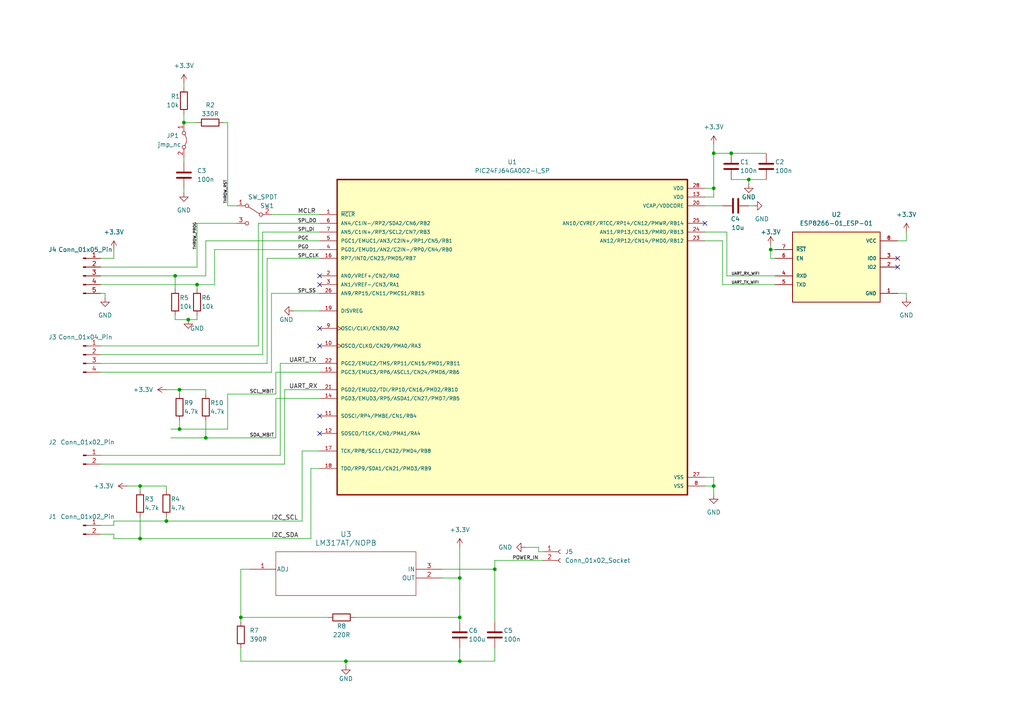
<source format=kicad_sch>
(kicad_sch (version 20230121) (generator eeschema)
  (paper "A4")
  (lib_symbols
    (symbol "Connector:Conn_01x02_Pin" (pin_names (offset 1.016) hide)
      (property "Reference" "J" (at 0 2.54 0))
      (property "Value" "Conn_01x02_Pin" (at 0 -5.08 0))
      (symbol "Conn_01x02_Pin_1_1"
        (polyline (pts (xy 1.27 -2.54) (xy 0.8636 -2.54)) (stroke (width 0.1524)))
        (polyline (pts (xy 1.27 0) (xy 0.8636 0)) (stroke (width 0.1524)))
        (rectangle (start 0.8636 -2.413) (end 0 -2.667) (stroke (width 0.1524)) (fill (type outline)))
        (rectangle (start 0.8636 0.127) (end 0 -0.127) (stroke (width 0.1524)) (fill (type outline)))
        (pin passive line (at 5.08 0 180) (length 3.81) (name "Pin_1") (number "1"))
        (pin passive line (at 5.08 -2.54 180) (length 3.81) (name "Pin_2") (number "2"))
      )
    )
    (symbol "Connector:Conn_01x02_Socket" (pin_names (offset 1.016) hide)
      (property "Reference" "J" (at 0 2.54 0))
      (property "Value" "Conn_01x02_Socket" (at 0 -5.08 0))
      (symbol "Conn_01x02_Socket_1_1"
        (arc (start 0 -2.032) (mid -0.5058 -2.54) (end 0 -3.048) (stroke (width 0.1524)))
        (polyline (pts (xy -1.27 -2.54) (xy -0.508 -2.54)) (stroke (width 0.1524)))
        (polyline (pts (xy -1.27 0) (xy -0.508 0)) (stroke (width 0.1524)))
        (arc (start 0 0.508) (mid -0.5058 0) (end 0 -0.508) (stroke (width 0.1524)))
        (pin passive line (at -5.08 0 0) (length 3.81) (name "Pin_1") (number "1"))
        (pin passive line (at -5.08 -2.54 0) (length 3.81) (name "Pin_2") (number "2"))
      )
    )
    (symbol "Connector:Conn_01x04_Pin" (pin_names (offset 1.016) hide)
      (property "Reference" "J" (at 0 5.08 0))
      (property "Value" "Conn_01x04_Pin" (at 0 -7.62 0))
      (symbol "Conn_01x04_Pin_1_1"
        (polyline (pts (xy 1.27 -5.08) (xy 0.8636 -5.08)) (stroke (width 0.1524)))
        (polyline (pts (xy 1.27 -2.54) (xy 0.8636 -2.54)) (stroke (width 0.1524)))
        (polyline (pts (xy 1.27 0) (xy 0.8636 0)) (stroke (width 0.1524)))
        (polyline (pts (xy 1.27 2.54) (xy 0.8636 2.54)) (stroke (width 0.1524)))
        (rectangle (start 0.8636 -4.953) (end 0 -5.207) (stroke (width 0.1524)) (fill (type outline)))
        (rectangle (start 0.8636 -2.413) (end 0 -2.667) (stroke (width 0.1524)) (fill (type outline)))
        (rectangle (start 0.8636 0.127) (end 0 -0.127) (stroke (width 0.1524)) (fill (type outline)))
        (rectangle (start 0.8636 2.667) (end 0 2.413) (stroke (width 0.1524)) (fill (type outline)))
        (pin passive line (at 5.08 2.54 180) (length 3.81) (name "Pin_1") (number "1"))
        (pin passive line (at 5.08 0 180) (length 3.81) (name "Pin_2") (number "2"))
        (pin passive line (at 5.08 -2.54 180) (length 3.81) (name "Pin_3") (number "3"))
        (pin passive line (at 5.08 -5.08 180) (length 3.81) (name "Pin_4") (number "4"))
      )
    )
    (symbol "Connector:Conn_01x05_Pin" (pin_names (offset 1.016) hide)
      (property "Reference" "J" (at 0 7.62 0))
      (property "Value" "Conn_01x05_Pin" (at 0 -7.62 0))
      (symbol "Conn_01x05_Pin_1_1"
        (polyline (pts (xy 1.27 -5.08) (xy 0.8636 -5.08)) (stroke (width 0.1524)))
        (polyline (pts (xy 1.27 -2.54) (xy 0.8636 -2.54)) (stroke (width 0.1524)))
        (polyline (pts (xy 1.27 0) (xy 0.8636 0)) (stroke (width 0.1524)))
        (polyline (pts (xy 1.27 2.54) (xy 0.8636 2.54)) (stroke (width 0.1524)))
        (polyline (pts (xy 1.27 5.08) (xy 0.8636 5.08)) (stroke (width 0.1524)))
        (rectangle (start 0.8636 -4.953) (end 0 -5.207) (stroke (width 0.1524)) (fill (type outline)))
        (rectangle (start 0.8636 -2.413) (end 0 -2.667) (stroke (width 0.1524)) (fill (type outline)))
        (rectangle (start 0.8636 0.127) (end 0 -0.127) (stroke (width 0.1524)) (fill (type outline)))
        (rectangle (start 0.8636 2.667) (end 0 2.413) (stroke (width 0.1524)) (fill (type outline)))
        (rectangle (start 0.8636 5.207) (end 0 4.953) (stroke (width 0.1524)) (fill (type outline)))
        (pin passive line (at 5.08 5.08 180) (length 3.81) (name "Pin_1") (number "1"))
        (pin passive line (at 5.08 2.54 180) (length 3.81) (name "Pin_2") (number "2"))
        (pin passive line (at 5.08 0 180) (length 3.81) (name "Pin_3") (number "3"))
        (pin passive line (at 5.08 -2.54 180) (length 3.81) (name "Pin_4") (number "4"))
        (pin passive line (at 5.08 -5.08 180) (length 3.81) (name "Pin_5") (number "5"))
      )
    )
    (symbol "Device:C" (pin_numbers hide) (pin_names (offset 0.254))
      (property "Reference" "C" (at 0.635 2.54 0))
      (property "Value" "C" (at 0.635 -2.54 0))
      (symbol "C_0_1"
        (polyline (pts (xy -2.032 -0.762) (xy 2.032 -0.762)) (stroke (width 0.508)))
        (polyline (pts (xy -2.032 0.762) (xy 2.032 0.762)) (stroke (width 0.508)))
      )
      (symbol "C_1_1"
        (pin passive line (at 0 3.81 270) (length 2.794) (name "~") (number "1"))
        (pin passive line (at 0 -3.81 90) (length 2.794) (name "~") (number "2"))
      )
    )
    (symbol "Device:R" (pin_numbers hide) (pin_names (offset 0))
      (property "Reference" "R" (at 2.032 0 90))
      (property "Value" "R" (at 0 0 90))
      (symbol "R_0_1"
        (rectangle (start -1.016 -2.54) (end 1.016 2.54) (stroke (width 0.254)))
      )
      (symbol "R_1_1"
        (pin passive line (at 0 3.81 270) (length 1.27) (name "~") (number "1"))
        (pin passive line (at 0 -3.81 90) (length 1.27) (name "~") (number "2"))
      )
    )
    (symbol "ESP8266-01_ESP-01:ESP8266-01_ESP-01" (pin_names (offset 1.016))
      (property "Reference" "U" (at -12.7094 10.6778 0))
      (property "Value" "ESP8266-01_ESP-01" (at -12.7131 -12.7131 0))
      (symbol "ESP8266-01_ESP-01_0_0"
        (rectangle (start -12.7 -10.16) (end 12.7 10.16) (stroke (width 0.254)) (fill (type background)))
        (pin power_in line (at 17.78 -7.62 180) (length 5.08) (name "GND") (number "1"))
        (pin bidirectional line (at 17.78 0 180) (length 5.08) (name "IO2") (number "2"))
        (pin bidirectional line (at 17.78 2.54 180) (length 5.08) (name "IO0") (number "3"))
        (pin input line (at -17.78 -2.54 0) (length 5.08) (name "RXD") (number "4"))
        (pin output line (at -17.78 -5.08 0) (length 5.08) (name "TXD") (number "5"))
        (pin input line (at -17.78 2.54 0) (length 5.08) (name "EN") (number "6"))
        (pin input line (at -17.78 5.08 0) (length 5.08) (name "~{RST}") (number "7"))
        (pin power_in line (at 17.78 7.62 180) (length 5.08) (name "VCC") (number "8"))
      )
    )
    (symbol "Jumper:Jumper_2_Bridged" (pin_names (offset 0) hide)
      (property "Reference" "JP" (at 0 1.905 0))
      (property "Value" "Jumper_2_Bridged" (at 0 -2.54 0))
      (symbol "Jumper_2_Bridged_0_0"
        (circle (center -2.032 0) (radius 0.508))
        (circle (center 2.032 0) (radius 0.508))
      )
      (symbol "Jumper_2_Bridged_0_1"
        (arc (start 1.524 0.254) (mid 0 0.762) (end -1.524 0.254))
      )
      (symbol "Jumper_2_Bridged_1_1"
        (pin passive line (at -5.08 0 0) (length 2.54) (name "A") (number "1"))
        (pin passive line (at 5.08 0 180) (length 2.54) (name "B") (number "2"))
      )
    )
    (symbol "LM317AT:LM317AT_NOPB" (pin_names (offset 0.254))
      (property "Reference" "U" (at 27.94 10.16 0))
      (property "Value" "LM317AT/NOPB" (at 27.94 7.62 0))
      (symbol "LM317AT_NOPB_0_1"
        (polyline (pts (xy 7.62 -7.62) (xy 48.26 -7.62)) (stroke (width 0.127)))
        (polyline (pts (xy 7.62 5.08) (xy 7.62 -7.62)) (stroke (width 0.127)))
        (polyline (pts (xy 48.26 -7.62) (xy 48.26 5.08)) (stroke (width 0.127)))
        (polyline (pts (xy 48.26 5.08) (xy 7.62 5.08)) (stroke (width 0.127)))
        (pin input line (at 0 0 0) (length 7.62) (name "ADJ") (number "1"))
        (pin power_in line (at 55.88 -2.54 180) (length 7.62) (name "OUT") (number "2"))
        (pin power_in line (at 55.88 0 180) (length 7.62) (name "IN") (number "3"))
      )
    )
    (symbol "PIC24FJ64GA002-I_SP:PIC24FJ64GA002-I_SP" (pin_names (offset 1.016))
      (property "Reference" "U" (at -50.8 46.72 0))
      (property "Value" "PIC24FJ64GA002-I_SP" (at -50.8 -49.72 0))
      (symbol "PIC24FJ64GA002-I_SP_0_0"
        (rectangle (start -50.8 -45.72) (end 50.8 45.72) (stroke (width 0.41)) (fill (type background)))
        (pin input line (at -55.88 35.56 0) (length 5.08) (name "~{MCLR}") (number "1"))
        (pin bidirectional clock (at -55.88 -2.54 0) (length 5.08) (name "OSCO/CLKO/CN29/PMA0/RA3") (number "10"))
        (pin bidirectional line (at -55.88 -22.86 0) (length 5.08) (name "SOSCI/RP4/PMBE/CN1/RB4") (number "11"))
        (pin bidirectional line (at -55.88 -27.94 0) (length 5.08) (name "SOSCO/T1CK/CN0/PMA1/RA4") (number "12"))
        (pin power_in line (at 55.88 40.64 180) (length 5.08) (name "VDD") (number "13"))
        (pin bidirectional line (at -55.88 -17.78 0) (length 5.08) (name "PGD3/EMUD3/RP5/ASDA1/CN27/PMD7/RB5") (number "14"))
        (pin bidirectional line (at -55.88 -10.16 0) (length 5.08) (name "PGC3/EMUC3/RP6/ASCL1/CN24/PMD6/RB6") (number "15"))
        (pin input line (at -55.88 22.86 0) (length 5.08) (name "RP7/INT0/CN23/PMD5/RB7") (number "16"))
        (pin bidirectional line (at -55.88 -33.02 0) (length 5.08) (name "TCK/RP8/SCL1/CN22/PMD4/RB8") (number "17"))
        (pin bidirectional line (at -55.88 -38.1 0) (length 5.08) (name "TDO/RP9/SDA1/CN21/PMD3/RB9") (number "18"))
        (pin bidirectional line (at -55.88 7.62 0) (length 5.08) (name "DISVREG") (number "19"))
        (pin bidirectional line (at -55.88 17.78 0) (length 5.08) (name "AN0/VREF+/CN2/RA0") (number "2"))
        (pin power_in line (at 55.88 38.1 180) (length 5.08) (name "VCAP/VDDCORE") (number "20"))
        (pin bidirectional line (at -55.88 -15.24 0) (length 5.08) (name "PGD2/EMUD2/TDI/RP10/CN16/PMD2/RB10") (number "21"))
        (pin bidirectional line (at -55.88 -7.62 0) (length 5.08) (name "PGC2/EMUC2/TMS/RP11/CN15/PMD1/RB11") (number "22"))
        (pin bidirectional line (at 55.88 27.94 180) (length 5.08) (name "AN12/RP12/CN14/PMD0/RB12") (number "23"))
        (pin bidirectional line (at 55.88 30.48 180) (length 5.08) (name "AN11/RP13/CN13/PMRD/RB13") (number "24"))
        (pin bidirectional line (at 55.88 33.02 180) (length 5.08) (name "AN10/CVREF/RTCC/RP14/CN12/PMWR/RB14") (number "25"))
        (pin bidirectional line (at -55.88 12.7 0) (length 5.08) (name "AN9/RP15/CN11/PMCS1/RB15") (number "26"))
        (pin power_in line (at 55.88 -40.64 180) (length 5.08) (name "VSS") (number "27"))
        (pin power_in line (at 55.88 43.18 180) (length 5.08) (name "VDD") (number "28"))
        (pin bidirectional line (at -55.88 15.24 0) (length 5.08) (name "AN1/VREF-/CN3/RA1") (number "3"))
        (pin input line (at -55.88 25.4 0) (length 5.08) (name "PGD1/EMUD1/AN2/C2IN-/RP0/CN4/RB0") (number "4"))
        (pin input line (at -55.88 27.94 0) (length 5.08) (name "PGC1/EMUC1/AN3/C2IN+/RP1/CN5/RB1") (number "5"))
        (pin input line (at -55.88 33.02 0) (length 5.08) (name "AN4/C1IN-/RP2/SDA2/CN6/RB2") (number "6"))
        (pin input line (at -55.88 30.48 0) (length 5.08) (name "AN5/C1IN+/RP3/SCL2/CN7/RB3") (number "7"))
        (pin power_in line (at 55.88 -43.18 180) (length 5.08) (name "VSS") (number "8"))
        (pin bidirectional clock (at -55.88 2.54 0) (length 5.08) (name "OSCI/CLKI/CN30/RA2") (number "9"))
      )
    )
    (symbol "Switch:SW_SPDT" (pin_names (offset 0) hide)
      (property "Reference" "SW" (at 0 4.318 0))
      (property "Value" "SW_SPDT" (at 0 -5.08 0))
      (symbol "SW_SPDT_0_0"
        (circle (center -2.032 0) (radius 0.508))
        (circle (center 2.032 -2.54) (radius 0.508))
      )
      (symbol "SW_SPDT_0_1"
        (polyline (pts (xy -1.524 0.254) (xy 1.651 2.286)))
        (circle (center 2.032 2.54) (radius 0.508))
      )
      (symbol "SW_SPDT_1_1"
        (pin passive line (at 5.08 2.54 180) (length 2.54) (name "A") (number "1"))
        (pin passive line (at -5.08 0 0) (length 2.54) (name "B") (number "2"))
        (pin passive line (at 5.08 -2.54 180) (length 2.54) (name "C") (number "3"))
      )
    )
    (symbol "power:+3.3V" (power) (pin_names (offset 0))
      (property "Value" "+3.3V" (at 0 3.556 0))
      (symbol "+3.3V_0_1"
        (polyline (pts (xy -0.762 1.27) (xy 0 2.54)))
        (polyline (pts (xy 0 0) (xy 0 2.54)))
        (polyline (pts (xy 0 2.54) (xy 0.762 1.27)))
      )
      (symbol "+3.3V_1_1"
        (pin power_in line (at 0 0 90) (length 0) hide (name "+3.3V") (number "1"))
      )
    )
    (symbol "power:GND" (power) (pin_names (offset 0))
      (property "Value" "GND" (at 0 -3.81 0))
      (symbol "GND_0_1"
        (polyline (pts (xy 0 0) (xy 0 -1.27) (xy 1.27 -1.27) (xy 0 -2.54) (xy -1.27 -1.27) (xy 0 -1.27)))
      )
      (symbol "GND_1_1"
        (pin power_in line (at 0 0 270) (length 0) hide (name "GND") (number "1"))
      )
    )
  )
  (junction (at 48.26 151.13))
  (junction (at 100.33 191.77))
  (junction (at 40.64 140.97))
  (junction (at 50.8 80.01))
  (junction (at 217.17 52.07))
  (junction (at 212.09 44.45))
  (junction (at 69.85 179.07))
  (junction (at 133.35 167.64))
  (junction (at 133.35 179.07))
  (junction (at 207.01 54.61))
  (junction (at 133.35 191.77))
  (junction (at 54.61 92.71))
  (junction (at 223.52 72.39))
  (junction (at 52.07 113.03))
  (junction (at 40.64 156.21))
  (junction (at 59.69 127))
  (junction (at 57.15 82.55))
  (junction (at 207.01 140.97))
  (junction (at 52.07 124.46))
  (junction (at 143.51 165.1))
  (junction (at 53.34 35.56))
  (junction (at 207.01 44.45))
  (no_connect (at 92.71 80.01))
  (no_connect (at 204.47 64.77))
  (no_connect (at 92.71 125.73))
  (no_connect (at 92.71 95.25))
  (no_connect (at 92.71 100.33))
  (no_connect (at 92.71 82.55))
  (no_connect (at 92.71 120.65))
  (no_connect (at 260.35 77.47))
  (no_connect (at 260.35 74.93))
  (wire (pts (xy 52.07 113.03) (xy 52.07 114.3)))
  (wire (pts (xy 69.85 179.07) (xy 95.25 179.07)))
  (wire (pts (xy 52.07 121.92) (xy 52.07 124.46)))
  (wire (pts (xy 207.01 44.45) (xy 212.09 44.45)))
  (wire (pts (xy 50.8 80.01) (xy 50.8 83.82)))
  (wire (pts (xy 217.17 52.07) (xy 217.17 53.34)))
  (wire (pts (xy 59.69 121.92) (xy 59.69 127)))
  (wire (pts (xy 77.47 105.41) (xy 77.47 74.93)))
  (wire (pts (xy 204.47 69.85) (xy 209.55 69.85)))
  (wire (pts (xy 66.04 124.46) (xy 52.07 124.46)))
  (wire (pts (xy 48.26 151.13) (xy 87.63 151.13)))
  (wire (pts (xy 33.02 156.21) (xy 40.64 156.21)))
  (wire (pts (xy 49.53 127) (xy 59.69 127)))
  (wire (pts (xy 57.15 77.47) (xy 57.15 64.77)))
  (wire (pts (xy 133.35 191.77) (xy 100.33 191.77)))
  (wire (pts (xy 260.35 85.09) (xy 262.89 85.09)))
  (wire (pts (xy 260.35 69.85) (xy 262.89 69.85)))
  (wire (pts (xy 133.35 179.07) (xy 133.35 180.34)))
  (wire (pts (xy 29.21 85.09) (xy 30.48 85.09)))
  (wire (pts (xy 78.74 62.23) (xy 92.71 62.23)))
  (wire (pts (xy 92.71 107.95) (xy 80.01 107.95)))
  (wire (pts (xy 76.2 67.31) (xy 92.71 67.31)))
  (wire (pts (xy 262.89 69.85) (xy 262.89 67.31)))
  (wire (pts (xy 82.55 113.03) (xy 82.55 134.62)))
  (wire (pts (xy 57.15 92.71) (xy 54.61 92.71)))
  (wire (pts (xy 87.63 130.81) (xy 92.71 130.81)))
  (wire (pts (xy 40.64 140.97) (xy 48.26 140.97)))
  (wire (pts (xy 77.47 74.93) (xy 92.71 74.93)))
  (wire (pts (xy 223.52 72.39) (xy 224.79 72.39)))
  (wire (pts (xy 133.35 167.64) (xy 133.35 179.07)))
  (wire (pts (xy 210.82 80.01) (xy 224.79 80.01)))
  (wire (pts (xy 212.09 52.07) (xy 217.17 52.07)))
  (wire (pts (xy 209.55 69.85) (xy 209.55 82.55)))
  (wire (pts (xy 76.2 102.87) (xy 76.2 67.31)))
  (wire (pts (xy 92.71 105.41) (xy 81.28 105.41)))
  (wire (pts (xy 204.47 140.97) (xy 207.01 140.97)))
  (wire (pts (xy 223.52 74.93) (xy 224.79 74.93)))
  (wire (pts (xy 52.07 113.03) (xy 59.69 113.03)))
  (wire (pts (xy 66.04 114.3) (xy 66.04 124.46)))
  (wire (pts (xy 29.21 102.87) (xy 76.2 102.87)))
  (wire (pts (xy 57.15 82.55) (xy 57.15 83.82)))
  (wire (pts (xy 81.28 105.41) (xy 81.28 132.08)))
  (wire (pts (xy 29.21 154.94) (xy 33.02 154.94)))
  (wire (pts (xy 217.17 59.69) (xy 218.44 59.69)))
  (wire (pts (xy 143.51 162.56) (xy 143.51 165.1)))
  (wire (pts (xy 156.21 158.75) (xy 156.21 160.02)))
  (wire (pts (xy 53.34 45.72) (xy 53.34 46.99)))
  (wire (pts (xy 29.21 77.47) (xy 57.15 77.47)))
  (wire (pts (xy 207.01 44.45) (xy 207.01 54.61)))
  (wire (pts (xy 29.21 107.95) (xy 78.74 107.95)))
  (wire (pts (xy 57.15 91.44) (xy 57.15 92.71)))
  (wire (pts (xy 66.04 35.56) (xy 66.04 59.69)))
  (wire (pts (xy 59.69 127) (xy 80.01 127)))
  (wire (pts (xy 48.26 140.97) (xy 48.26 142.24)))
  (wire (pts (xy 50.8 80.01) (xy 59.69 80.01)))
  (wire (pts (xy 52.07 124.46) (xy 49.53 124.46)))
  (wire (pts (xy 223.52 71.12) (xy 223.52 72.39)))
  (wire (pts (xy 69.85 180.34) (xy 69.85 179.07)))
  (wire (pts (xy 80.01 127) (xy 80.01 115.57)))
  (wire (pts (xy 204.47 59.69) (xy 209.55 59.69)))
  (wire (pts (xy 133.35 158.75) (xy 133.35 167.64)))
  (wire (pts (xy 66.04 35.56) (xy 64.77 35.56)))
  (wire (pts (xy 50.8 92.71) (xy 54.61 92.71)))
  (wire (pts (xy 157.48 162.56) (xy 143.51 162.56)))
  (wire (pts (xy 80.01 107.95) (xy 80.01 114.3)))
  (wire (pts (xy 57.15 82.55) (xy 62.23 82.55)))
  (wire (pts (xy 33.02 154.94) (xy 33.02 156.21)))
  (wire (pts (xy 29.21 134.62) (xy 82.55 134.62)))
  (wire (pts (xy 217.17 52.07) (xy 222.25 52.07)))
  (wire (pts (xy 262.89 85.09) (xy 262.89 86.36)))
  (wire (pts (xy 156.21 160.02) (xy 157.48 160.02)))
  (wire (pts (xy 48.26 113.03) (xy 52.07 113.03)))
  (wire (pts (xy 207.01 138.43) (xy 207.01 140.97)))
  (wire (pts (xy 50.8 91.44) (xy 50.8 92.71)))
  (wire (pts (xy 59.69 113.03) (xy 59.69 114.3)))
  (wire (pts (xy 33.02 152.4) (xy 33.02 151.13)))
  (wire (pts (xy 143.51 191.77) (xy 133.35 191.77)))
  (wire (pts (xy 85.09 90.17) (xy 92.71 90.17)))
  (wire (pts (xy 29.21 105.41) (xy 77.47 105.41)))
  (wire (pts (xy 69.85 165.1) (xy 72.39 165.1)))
  (wire (pts (xy 69.85 191.77) (xy 100.33 191.77)))
  (wire (pts (xy 143.51 187.96) (xy 143.51 191.77)))
  (wire (pts (xy 87.63 151.13) (xy 87.63 130.81)))
  (wire (pts (xy 78.74 85.09) (xy 92.71 85.09)))
  (wire (pts (xy 90.17 156.21) (xy 90.17 135.89)))
  (wire (pts (xy 204.47 54.61) (xy 207.01 54.61)))
  (wire (pts (xy 57.15 35.56) (xy 53.34 35.56)))
  (wire (pts (xy 29.21 74.93) (xy 33.02 74.93)))
  (wire (pts (xy 59.69 80.01) (xy 59.69 69.85)))
  (wire (pts (xy 40.64 156.21) (xy 90.17 156.21)))
  (wire (pts (xy 78.74 107.95) (xy 78.74 85.09)))
  (wire (pts (xy 53.34 24.13) (xy 53.34 25.4)))
  (wire (pts (xy 80.01 114.3) (xy 66.04 114.3)))
  (wire (pts (xy 30.48 85.09) (xy 30.48 86.36)))
  (wire (pts (xy 62.23 72.39) (xy 92.71 72.39)))
  (wire (pts (xy 29.21 152.4) (xy 33.02 152.4)))
  (wire (pts (xy 212.09 44.45) (xy 222.25 44.45)))
  (wire (pts (xy 133.35 187.96) (xy 133.35 191.77)))
  (wire (pts (xy 33.02 74.93) (xy 33.02 72.39)))
  (wire (pts (xy 204.47 67.31) (xy 210.82 67.31)))
  (wire (pts (xy 209.55 82.55) (xy 224.79 82.55)))
  (wire (pts (xy 207.01 140.97) (xy 207.01 143.51)))
  (wire (pts (xy 69.85 187.96) (xy 69.85 191.77)))
  (wire (pts (xy 207.01 41.91) (xy 207.01 44.45)))
  (wire (pts (xy 59.69 69.85) (xy 92.71 69.85)))
  (wire (pts (xy 100.33 193.04) (xy 100.33 191.77)))
  (wire (pts (xy 29.21 100.33) (xy 74.93 100.33)))
  (wire (pts (xy 33.02 151.13) (xy 48.26 151.13)))
  (wire (pts (xy 62.23 82.55) (xy 62.23 72.39)))
  (wire (pts (xy 53.34 35.56) (xy 53.34 33.02)))
  (wire (pts (xy 57.15 64.77) (xy 68.58 64.77)))
  (wire (pts (xy 204.47 138.43) (xy 207.01 138.43)))
  (wire (pts (xy 128.27 167.64) (xy 133.35 167.64)))
  (wire (pts (xy 204.47 57.15) (xy 207.01 57.15)))
  (wire (pts (xy 36.83 140.97) (xy 40.64 140.97)))
  (wire (pts (xy 128.27 165.1) (xy 143.51 165.1)))
  (wire (pts (xy 74.93 64.77) (xy 92.71 64.77)))
  (wire (pts (xy 69.85 179.07) (xy 69.85 165.1)))
  (wire (pts (xy 29.21 82.55) (xy 57.15 82.55)))
  (wire (pts (xy 80.01 115.57) (xy 92.71 115.57)))
  (wire (pts (xy 152.4 158.75) (xy 156.21 158.75)))
  (wire (pts (xy 40.64 140.97) (xy 40.64 142.24)))
  (wire (pts (xy 74.93 100.33) (xy 74.93 64.77)))
  (wire (pts (xy 210.82 67.31) (xy 210.82 80.01)))
  (wire (pts (xy 90.17 135.89) (xy 92.71 135.89)))
  (wire (pts (xy 53.34 54.61) (xy 53.34 55.88)))
  (wire (pts (xy 66.04 59.69) (xy 68.58 59.69)))
  (wire (pts (xy 207.01 57.15) (xy 207.01 54.61)))
  (wire (pts (xy 48.26 149.86) (xy 48.26 151.13)))
  (wire (pts (xy 40.64 149.86) (xy 40.64 156.21)))
  (wire (pts (xy 223.52 72.39) (xy 223.52 74.93)))
  (wire (pts (xy 29.21 80.01) (xy 50.8 80.01)))
  (wire (pts (xy 143.51 165.1) (xy 143.51 180.34)))
  (wire (pts (xy 82.55 113.03) (xy 92.71 113.03)))
  (wire (pts (xy 102.87 179.07) (xy 133.35 179.07)))
  (wire (pts (xy 29.21 132.08) (xy 81.28 132.08)))
  (label "SPI_CLK" (at 86.36 74.93 0) (effects (font (size 1 1))))
  (label "MCLR" (at 86.36 62.23 0))
  (label "UART_TX_WIFI" (at 212.09 82.55 0) (effects (font (size 0.8 0.8))))
  (label "UART_RX_WIFI" (at 212.09 80.01 0) (effects (font (size 0.8 0.8))))
  (label "I2C_SDA" (at 78.74 156.21 0))
  (label "SPI_DI" (at 86.36 67.31 0) (effects (font (size 1 1))))
  (label "PGC" (at 86.36 69.85 0) (effects (font (size 1 1))))
  (label "SCL_MBIT" (at 72.39 114.3 0) (effects (font (size 1 1))))
  (label "I2C_SCL" (at 78.74 151.13 0))
  (label "UART_TX" (at 83.82 105.41 0))
  (label "SPI_DO" (at 86.36 64.77 0) (effects (font (size 1 1))))
  (label "THROW_PROG" (at 57.15 72.39 90) (effects (font (size 0.8 0.8))))
  (label "THROW_RST" (at 66.04 52.07 270) (effects (font (size 0.8 0.8))))
  (label "POWER_IN" (at 148.59 162.56 0) (effects (font (size 1 1))))
  (label "PGD" (at 86.36 72.39 0) (effects (font (size 1 1))))
  (label "SPI_SS" (at 86.36 85.09 0) (effects (font (size 1 1))))
  (label "SDA_MBIT" (at 72.39 127 0) (effects (font (size 1 1))))
  (label "UART_RX" (at 83.82 113.03 0))
  (symbol (lib_id "Device:R") (at 69.85 184.15 0) (unit 1)
    (property "Reference" "R7" (at 72.39 182.88 0) (effects (justify left)))
    (property "Value" "390R" (at 72.39 185.42 0) (effects (justify left)))
  )
  (symbol (lib_id "Device:C") (at 143.51 184.15 0) (unit 1)
    (property "Reference" "C5" (at 146.05 182.88 0) (effects (justify left)))
    (property "Value" "100n" (at 146.05 185.42 0) (effects (justify left)))
  )
  (symbol (lib_id "Device:R") (at 99.06 179.07 90) (unit 1)
    (property "Reference" "R8" (at 99.06 181.61 90))
    (property "Value" "220R" (at 99.06 184.15 90))
  )
  (symbol (lib_id "Device:C") (at 53.34 50.8 0) (unit 1)
    (property "Reference" "C3" (at 57.15 49.53 0) (effects (justify left)))
    (property "Value" "100n" (at 57.15 52.07 0) (effects (justify left)))
  )
  (symbol (lib_id "power:+3.3V") (at 223.52 71.12 0) (unit 1)
    (property "Reference" "#PWR08" (effects hide))
    (property "Value" "+3.3V" (at 223.52 67.31 0))
  )
  (symbol (lib_id "power:GND") (at 100.33 193.04 0) (unit 1)
    (property "Reference" "#PWR015" (effects hide))
    (property "Value" "GND" (at 100.33 196.85 0))
  )
  (symbol (lib_id "Device:C") (at 213.36 59.69 90) (unit 1)
    (property "Reference" "C4" (at 214.63 63.5 90) (effects (justify left)))
    (property "Value" "10u" (at 215.9 66.04 90) (effects (justify left)))
  )
  (symbol (lib_id "power:+3.3V") (at 53.34 24.13 0) (unit 1)
    (property "Reference" "#PWR05" (effects hide))
    (property "Value" "+3.3V" (at 53.34 19.05 0))
  )
  (symbol (lib_id "Connector:Conn_01x02_Pin") (at 24.13 132.08 0) (unit 1)
    (property "Reference" "J2" (at 15.24 128.27 0))
    (property "Value" "Conn_01x02_Pin" (at 25.4 128.27 0))
  )
  (symbol (lib_id "Jumper:Jumper_2_Bridged") (at 53.34 40.64 270) (unit 1)
    (property "Reference" "JP1" (at 48.26 39.37 90) (effects (justify left)))
    (property "Value" "jmp_nc" (at 45.72 41.91 90) (effects (justify left)))
  )
  (symbol (lib_id "power:+3.3V") (at 133.35 158.75 0) (unit 1)
    (property "Reference" "#PWR017" (effects hide))
    (property "Value" "+3.3V" (at 133.35 153.67 0))
  )
  (symbol (lib_id "power:GND") (at 152.4 158.75 270) (unit 1)
    (property "Reference" "#PWR016" (effects hide))
    (property "Value" "GND" (at 148.59 158.75 90) (effects (justify right)))
  )
  (symbol (lib_id "Device:R") (at 53.34 29.21 0) (unit 1)
    (property "Reference" "R1" (at 49.53 27.94 0) (effects (justify left)))
    (property "Value" "10k" (at 48.26 30.48 0) (effects (justify left)))
  )
  (symbol (lib_id "Device:C") (at 212.09 48.26 0) (unit 1)
    (property "Reference" "C1" (at 214.63 46.99 0) (effects (justify left)))
    (property "Value" "100n" (at 214.63 49.53 0) (effects (justify left)))
  )
  (symbol (lib_id "Device:C") (at 133.35 184.15 180) (unit 1)
    (property "Reference" "C6" (at 135.89 182.88 0) (effects (justify right)))
    (property "Value" "100u" (at 135.89 185.42 0) (effects (justify right)))
  )
  (symbol (lib_id "Device:R") (at 48.26 146.05 0) (unit 1)
    (property "Reference" "R4" (at 49.53 144.78 0) (effects (justify left)))
    (property "Value" "4.7k" (at 49.53 147.32 0) (effects (justify left)))
  )
  (symbol (lib_id "power:GND") (at 207.01 143.51 0) (unit 1)
    (property "Reference" "#PWR01" (effects hide))
    (property "Value" "GND" (at 207.01 148.59 0))
  )
  (symbol (lib_id "Device:R") (at 52.07 118.11 0) (unit 1)
    (property "Reference" "R9" (at 53.34 116.84 0) (effects (justify left)))
    (property "Value" "4.7k" (at 53.34 119.38 0) (effects (justify left)))
  )
  (symbol (lib_id "Device:R") (at 57.15 87.63 0) (unit 1)
    (property "Reference" "R6" (at 58.42 86.36 0) (effects (justify left)))
    (property "Value" "10k" (at 58.42 88.9 0) (effects (justify left)))
  )
  (symbol (lib_id "power:GND") (at 217.17 53.34 0) (unit 1)
    (property "Reference" "#PWR03" (effects hide))
    (property "Value" "GND" (at 217.17 57.15 0))
  )
  (symbol (lib_id "power:GND") (at 218.44 59.69 90) (unit 1)
    (property "Reference" "#PWR07" (effects hide))
    (property "Value" "GND" (at 220.98 63.5 90))
  )
  (symbol (lib_id "Switch:SW_SPDT") (at 73.66 62.23 0) (mirror y) (unit 1)
    (property "Reference" "SW1" (at 77.47 59.69 0))
    (property "Value" "SW_SPDT" (at 76.2 57.15 0))
  )
  (symbol (lib_id "PIC24FJ64GA002-I_SP:PIC24FJ64GA002-I_SP") (at 148.59 97.79 0) (unit 1)
    (property "Reference" "U1" (at 148.59 46.99 0))
    (property "Value" "PIC24FJ64GA002-I_SP" (at 148.59 49.53 0))
    (property "Footprint" "MCU:DIP787W46P254L3467H508Q28" (effects hide))
    (property "MF" "Microchip" (effects hide))
    (property "Description" "\nMCU, 16-Bit, 28-Pin, 64KB Flash, 8KB RAM, 21 I/O, nanoWatt | Microchip Technology Inc. PIC24FJ64GA002-I/SP\n" (effects hide))
    (property "Package" "SPDIP-28 Microchip" (effects hide))
    (property "SnapEDA_Link" "https://www.snapeda.com/parts/PIC24FJ64GA002-I/SP/Microchip/view-part/?ref=snap" (effects hide))
    (property "MP" "PIC24FJ64GA002-I/SP" (effects hide))
    (property "Purchase-URL" "https://www.snapeda.com/api/url_track_click_mouser/?unipart_id=262458&manufacturer=Microchip&part_name=PIC24FJ64GA002-I/SP&search_term=pic24fj64ga002-i/sp" (effects hide))
    (property "RS_Components_8767023_Purchase_URL" "https://www.snapeda.com/api/url_track_click/https%253A//uk.rs-online.com/web/p/microcontrollers/8767023//%253Futm_campaign%253Dbuynow%2526utm_medium%253Daggregator%2526utm_source%253Dsnapeda%2526cm_mmc%253Daff-_-uk-_-snapeda-_-8767023/?unipart_id=262458&manufacturer=Microchip&part_name=PIC24FJ64GA002-I/SP&search_term=pic24fj64ga002-i/sp" (effects hide))
    (property "RS_Components_400734_Purchase_URL" "https://www.snapeda.com/api/url_track_click/https%253A//uk.rs-online.com/web/p/microcontrollers/0400734//%253Futm_campaign%253Dbuynow%2526utm_medium%253Daggregator%2526utm_source%253Dsnapeda%2526cm_mmc%253Daff-_-uk-_-snapeda-_-400734/?unipart_id=262458&manufacturer=Microchip&part_name=PIC24FJ64GA002-I/SP&search_term=pic24fj64ga002-i/sp" (effects hide))
    (property "Check_prices" "https://www.snapeda.com/parts/PIC24FJ64GA002-I/SP/Microchip/view-part/?ref=eda" (effects hide))
  )
  (symbol (lib_id "Device:R") (at 59.69 118.11 0) (unit 1)
    (property "Reference" "R10" (at 60.96 116.84 0) (effects (justify left)))
    (property "Value" "4.7k" (at 60.96 119.38 0) (effects (justify left)))
  )
  (symbol (lib_id "Connector:Conn_01x04_Pin") (at 24.13 102.87 0) (unit 1)
    (property "Reference" "J3" (at 15.24 97.79 0))
    (property "Value" "Conn_01x04_Pin" (at 24.765 97.79 0))
  )
  (symbol (lib_id "Device:R") (at 50.8 87.63 0) (unit 1)
    (property "Reference" "R5" (at 52.07 86.36 0) (effects (justify left)))
    (property "Value" "10k" (at 52.07 88.9 0) (effects (justify left)))
  )
  (symbol (lib_id "power:+3.3V") (at 262.89 67.31 0) (unit 1)
    (property "Reference" "#PWR09" (effects hide))
    (property "Value" "+3.3V" (at 262.89 62.23 0))
  )
  (symbol (lib_id "power:GND") (at 53.34 55.88 0) (unit 1)
    (property "Reference" "#PWR04" (effects hide))
    (property "Value" "GND" (at 53.34 60.96 0))
  )
  (symbol (lib_id "power:+3.3V") (at 36.83 140.97 90) (unit 1)
    (property "Reference" "#PWR011" (effects hide))
    (property "Value" "+3.3V" (at 33.02 140.97 90) (effects (justify left)))
  )
  (symbol (lib_id "Device:C") (at 222.25 48.26 0) (unit 1)
    (property "Reference" "C2" (at 224.79 46.99 0) (effects (justify left)))
    (property "Value" "100n" (at 224.79 49.53 0) (effects (justify left)))
  )
  (symbol (lib_id "power:+3.3V") (at 33.02 72.39 0) (unit 1)
    (property "Reference" "#PWR012" (effects hide))
    (property "Value" "+3.3V" (at 33.02 67.31 0))
  )
  (symbol (lib_id "power:GND") (at 85.09 90.17 270) (unit 1)
    (property "Reference" "#PWR06" (effects hide))
    (property "Value" "GND" (at 85.09 92.71 90) (effects (justify right)))
  )
  (symbol (lib_id "ESP8266-01_ESP-01:ESP8266-01_ESP-01") (at 242.57 77.47 0) (unit 1)
    (property "Reference" "U2" (at 242.57 62.23 0))
    (property "Value" "ESP8266-01_ESP-01" (at 242.57 64.77 0))
    (property "Footprint" "ESP8266-01_ESP-01:XCVR_ESP8266-01_ESP-01" (effects hide))
    (property "MF" "AI-Thinker" (effects hide))
    (property "MAXIMUM_PACKAGE_HEIGHT" "11.2 mm" (effects hide))
    (property "Package" "Non-Standard AI-Thinker" (effects hide))
    (property "Price" "None" (effects hide))
    (property "Check_prices" "https://www.snapeda.com/parts/ESP8266-01/ESP-01/AI-Thinker/view-part/?ref=eda" (effects hide))
    (property "STANDARD" "Manufacturer recommendations or IPC 7351B" (effects hide))
    (property "PARTREV" "V1.2" (effects hide))
    (property "SnapEDA_Link" "https://www.snapeda.com/parts/ESP8266-01/ESP-01/AI-Thinker/view-part/?ref=snap" (effects hide))
    (property "MP" "ESP8266-01/ESP-01" (effects hide))
    (property "Description" "\nMakerFocus 4pcs ESP8266 ESP-01 Serial Wireless WiFi Transceiver Receiver Module 1MB SPI Flash DC3.0-3.6V Internet of Things WiFi Module Board Compatible with Ar duino\n" (effects hide))
    (property "Availability" "Not in stock" (effects hide))
    (property "MANUFACTURER" "AI-Thinker" (effects hide))
  )
  (symbol (lib_id "Connector:Conn_01x02_Pin") (at 24.13 152.4 0) (unit 1)
    (property "Reference" "J1" (at 15.24 149.86 0))
    (property "Value" "Conn_01x02_Pin" (at 25.4 149.86 0))
  )
  (symbol (lib_id "Device:R") (at 60.96 35.56 90) (unit 1)
    (property "Reference" "R2" (at 60.96 30.48 90))
    (property "Value" "330R" (at 60.96 33.02 90))
  )
  (symbol (lib_id "power:GND") (at 262.89 86.36 0) (unit 1)
    (property "Reference" "#PWR010" (effects hide))
    (property "Value" "GND" (at 262.89 91.44 0))
  )
  (symbol (lib_id "Connector:Conn_01x02_Socket") (at 162.56 160.02 0) (unit 1)
    (property "Reference" "J5" (at 163.83 160.02 0) (effects (justify left)))
    (property "Value" "Conn_01x02_Socket" (at 163.83 162.56 0) (effects (justify left)))
  )
  (symbol (lib_id "LM317AT:LM317AT_NOPB") (at 72.39 165.1 0) (unit 1)
    (property "Reference" "U3" (at 100.33 154.94 0) (effects (font (size 1.524 1.524))))
    (property "Value" "LM317AT/NOPB" (at 100.33 157.48 0) (effects (font (size 1.524 1.524))))
    (property "Footprint" "T03B_TEX" (effects hide))
    (property "Datasheet" "LM317AT/NOPB" (effects hide))
  )
  (symbol (lib_id "power:+3.3V") (at 207.01 41.91 0) (unit 1)
    (property "Reference" "#PWR02" (effects hide))
    (property "Value" "+3.3V" (at 207.01 36.83 0))
  )
  (symbol (lib_id "power:+3.3V") (at 48.26 113.03 90) (unit 1)
    (property "Reference" "#PWR018" (effects hide))
    (property "Value" "+3.3V" (at 44.45 113.03 90) (effects (justify left)))
  )
  (symbol (lib_id "Connector:Conn_01x05_Pin") (at 24.13 80.01 0) (unit 1)
    (property "Reference" "J4" (at 15.24 72.39 0))
    (property "Value" "Conn_01x05_Pin" (at 24.765 72.39 0))
  )
  (symbol (lib_id "power:GND") (at 54.61 92.71 0) (unit 1)
    (property "Reference" "#PWR014" (effects hide))
    (property "Value" "GND" (at 57.15 95.25 0))
  )
  (symbol (lib_id "Device:R") (at 40.64 146.05 0) (unit 1)
    (property "Reference" "R3" (at 41.91 144.78 0) (effects (justify left)))
    (property "Value" "4.7k" (at 41.91 147.32 0) (effects (justify left)))
  )
  (symbol (lib_id "power:GND") (at 30.48 86.36 0) (unit 1)
    (property "Reference" "#PWR013" (effects hide))
    (property "Value" "GND" (at 30.48 91.44 0))
  )
)
</source>
